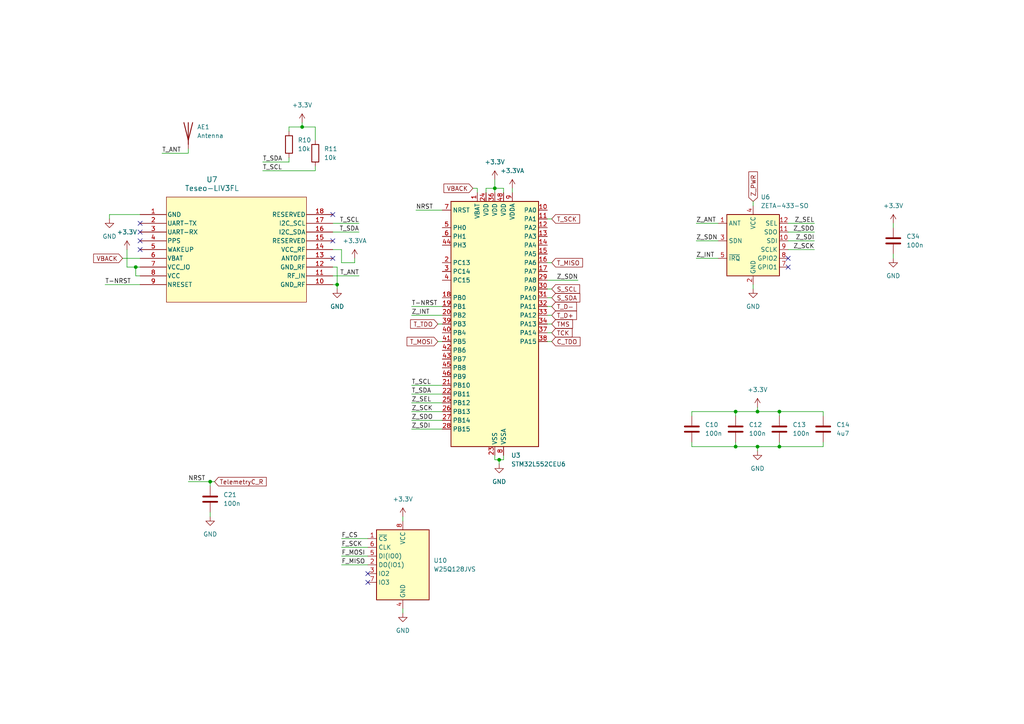
<source format=kicad_sch>
(kicad_sch (version 20230121) (generator eeschema)
  (paper "A4")
  (lib_symbols
    (symbol "2023-11-05_20-52-27:Teseo-LIV3FL" (pin_names (offset 0.254))
      (property "Reference" "U" (at 27.94 10.16 0))
      (property "Value" "Teseo-LIV3FL" (at 27.94 7.62 0))
      (symbol "Teseo-LIV3FL_0_0"
        (text "" (at -6.35 -27.94 0) (effects (font (size 1.27 1.27))))
        (text "" (at 19.05 -10.16 0) (effects (font (size 1.27 1.27))))
        (text "" (at 23.2129 -13.113 0) (effects (font (size 1.27 1.27))))
      )
      (symbol "Teseo-LIV3FL_0_1"
        (pin power_out line (at 0 0 0) (length 7.62) (name "GND") (number "1"))
        (pin power_out line (at 55.88 -20.32 180) (length 7.62) (name "GND_RF") (number "10"))
        (pin unspecified line (at 55.88 -17.78 180) (length 7.62) (name "RF_IN") (number "11"))
        (pin power_out line (at 55.88 -15.24 180) (length 7.62) (name "GND_RF") (number "12"))
        (pin unspecified line (at 55.88 -12.7 180) (length 7.62) (name "ANTOFF") (number "13"))
        (pin power_in line (at 55.88 -10.16 180) (length 7.62) (name "VCC_RF") (number "14"))
        (pin unspecified line (at 55.88 -7.62 180) (length 7.62) (name "RESERVED") (number "15"))
        (pin bidirectional line (at 55.88 -5.08 180) (length 7.62) (name "I2C_SDA") (number "16"))
        (pin bidirectional line (at 55.88 -2.54 180) (length 7.62) (name "I2C_SCL") (number "17"))
        (pin unspecified line (at 55.88 0 180) (length 7.62) (name "RESERVED") (number "18"))
        (pin bidirectional line (at 0 -2.54 0) (length 7.62) (name "UART-TX") (number "2"))
        (pin bidirectional line (at 0 -5.08 0) (length 7.62) (name "UART-RX") (number "3"))
        (pin unspecified line (at 0 -7.62 0) (length 7.62) (name "PPS") (number "4"))
        (pin unspecified line (at 0 -10.16 0) (length 7.62) (name "WAKEUP") (number "5"))
        (pin unspecified line (at 0 -12.7 0) (length 7.62) (name "VBAT") (number "6"))
        (pin power_in line (at 0 -15.24 0) (length 7.62) (name "VCC_IO") (number "7"))
        (pin power_in line (at 0 -17.78 0) (length 7.62) (name "VCC") (number "8"))
        (pin unspecified line (at 0 -20.32 0) (length 7.62) (name "NRESET") (number "9"))
      )
      (symbol "Teseo-LIV3FL_1_1"
        (rectangle (start 7.62 5.08) (end 48.26 -25.4) (fill (type background)))
      )
    )
    (symbol "Device:Antenna" (pin_numbers hide) (pin_names (offset 1.016) hide)
      (property "Reference" "AE" (at -1.905 1.905 0))
      (property "Value" "Antenna" (at -1.905 0 0))
      (symbol "Antenna_0_1"
        (polyline (pts (xy 0 2.54) (xy 0 -3.81)) (stroke (width 0.254)))
        (polyline (pts (xy 1.27 2.54) (xy 0 -2.54) (xy -1.27 2.54)) (stroke (width 0.254)))
      )
      (symbol "Antenna_1_1"
        (pin input line (at 0 -5.08 90) (length 2.54) (name "A") (number "1"))
      )
    )
    (symbol "Device:C" (pin_numbers hide) (pin_names (offset 0.254))
      (property "Reference" "C" (at 0.635 2.54 0))
      (property "Value" "C" (at 0.635 -2.54 0))
      (symbol "C_0_1"
        (polyline (pts (xy -2.032 -0.762) (xy 2.032 -0.762)) (stroke (width 0.508)))
        (polyline (pts (xy -2.032 0.762) (xy 2.032 0.762)) (stroke (width 0.508)))
      )
      (symbol "C_1_1"
        (pin passive line (at 0 3.81 270) (length 2.794) (name "~") (number "1"))
        (pin passive line (at 0 -3.81 90) (length 2.794) (name "~") (number "2"))
      )
    )
    (symbol "Device:R" (pin_numbers hide) (pin_names (offset 0))
      (property "Reference" "R" (at 2.032 0 90))
      (property "Value" "R" (at 0 0 90))
      (symbol "R_0_1"
        (rectangle (start -1.016 -2.54) (end 1.016 2.54) (stroke (width 0.254)))
      )
      (symbol "R_1_1"
        (pin passive line (at 0 3.81 270) (length 1.27) (name "~") (number "1"))
        (pin passive line (at 0 -3.81 90) (length 1.27) (name "~") (number "2"))
      )
    )
    (symbol "MCU_ST_STM32L5:STM32L552CEUx"
      (property "Reference" "U" (at -12.7 36.83 0))
      (property "Value" "STM32L552CEUx" (at 7.62 36.83 0))
      (symbol "STM32L552CEUx_0_1"
        (rectangle (start -12.7 -35.56) (end 12.7 35.56) (stroke (width 0.254)) (fill (type background)))
      )
      (symbol "STM32L552CEUx_1_1"
        (pin power_in line (at -5.08 38.1 270) (length 2.54) (name "VBAT") (number "1"))
        (pin bidirectional line (at 15.24 33.02 180) (length 2.54) (name "PA0") (number "10"))
        (pin bidirectional line (at 15.24 30.48 180) (length 2.54) (name "PA1") (number "11"))
        (pin bidirectional line (at 15.24 27.94 180) (length 2.54) (name "PA2") (number "12"))
        (pin bidirectional line (at 15.24 25.4 180) (length 2.54) (name "PA3") (number "13"))
        (pin bidirectional line (at 15.24 22.86 180) (length 2.54) (name "PA4") (number "14"))
        (pin bidirectional line (at 15.24 20.32 180) (length 2.54) (name "PA5") (number "15"))
        (pin bidirectional line (at 15.24 17.78 180) (length 2.54) (name "PA6") (number "16"))
        (pin bidirectional line (at 15.24 15.24 180) (length 2.54) (name "PA7") (number "17"))
        (pin bidirectional line (at -15.24 7.62 0) (length 2.54) (name "PB0") (number "18"))
        (pin bidirectional line (at -15.24 5.08 0) (length 2.54) (name "PB1") (number "19"))
        (pin bidirectional line (at -15.24 17.78 0) (length 2.54) (name "PC13") (number "2"))
        (pin bidirectional line (at -15.24 2.54 0) (length 2.54) (name "PB2") (number "20"))
        (pin bidirectional line (at -15.24 -17.78 0) (length 2.54) (name "PB10") (number "21"))
        (pin bidirectional line (at -15.24 -20.32 0) (length 2.54) (name "PB11") (number "22"))
        (pin power_in line (at 0 -38.1 90) (length 2.54) (name "VSS") (number "23"))
        (pin power_in line (at -2.54 38.1 270) (length 2.54) (name "VDD") (number "24"))
        (pin bidirectional line (at -15.24 -22.86 0) (length 2.54) (name "PB12") (number "25"))
        (pin bidirectional line (at -15.24 -25.4 0) (length 2.54) (name "PB13") (number "26"))
        (pin bidirectional line (at -15.24 -27.94 0) (length 2.54) (name "PB14") (number "27"))
        (pin bidirectional line (at -15.24 -30.48 0) (length 2.54) (name "PB15") (number "28"))
        (pin bidirectional line (at 15.24 12.7 180) (length 2.54) (name "PA8") (number "29"))
        (pin bidirectional line (at -15.24 15.24 0) (length 2.54) (name "PC14") (number "3"))
        (pin bidirectional line (at 15.24 10.16 180) (length 2.54) (name "PA9") (number "30"))
        (pin bidirectional line (at 15.24 7.62 180) (length 2.54) (name "PA10") (number "31"))
        (pin bidirectional line (at 15.24 5.08 180) (length 2.54) (name "PA11") (number "32"))
        (pin bidirectional line (at 15.24 2.54 180) (length 2.54) (name "PA12") (number "33"))
        (pin bidirectional line (at 15.24 0 180) (length 2.54) (name "PA13") (number "34"))
        (pin passive line (at 0 -38.1 90) (length 2.54) hide (name "VSS") (number "35"))
        (pin power_in line (at 0 38.1 270) (length 2.54) (name "VDD") (number "36"))
        (pin bidirectional line (at 15.24 -2.54 180) (length 2.54) (name "PA14") (number "37"))
        (pin bidirectional line (at 15.24 -5.08 180) (length 2.54) (name "PA15") (number "38"))
        (pin bidirectional line (at -15.24 0 0) (length 2.54) (name "PB3") (number "39"))
        (pin bidirectional line (at -15.24 12.7 0) (length 2.54) (name "PC15") (number "4"))
        (pin bidirectional line (at -15.24 -2.54 0) (length 2.54) (name "PB4") (number "40"))
        (pin bidirectional line (at -15.24 -5.08 0) (length 2.54) (name "PB5") (number "41"))
        (pin bidirectional line (at -15.24 -7.62 0) (length 2.54) (name "PB6") (number "42"))
        (pin bidirectional line (at -15.24 -10.16 0) (length 2.54) (name "PB7") (number "43"))
        (pin bidirectional line (at -15.24 22.86 0) (length 2.54) (name "PH3") (number "44"))
        (pin bidirectional line (at -15.24 -12.7 0) (length 2.54) (name "PB8") (number "45"))
        (pin bidirectional line (at -15.24 -15.24 0) (length 2.54) (name "PB9") (number "46"))
        (pin passive line (at 0 -38.1 90) (length 2.54) hide (name "VSS") (number "47"))
        (pin power_in line (at 2.54 38.1 270) (length 2.54) (name "VDD") (number "48"))
        (pin passive line (at 0 -38.1 90) (length 2.54) hide (name "VSS") (number "49"))
        (pin bidirectional line (at -15.24 27.94 0) (length 2.54) (name "PH0") (number "5"))
        (pin bidirectional line (at -15.24 25.4 0) (length 2.54) (name "PH1") (number "6"))
        (pin input line (at -15.24 33.02 0) (length 2.54) (name "NRST") (number "7"))
        (pin power_in line (at 2.54 -38.1 90) (length 2.54) (name "VSSA") (number "8"))
        (pin power_in line (at 5.08 38.1 270) (length 2.54) (name "VDDA") (number "9"))
      )
    )
    (symbol "Memory_Flash:W25Q128JVS"
      (property "Reference" "U" (at -8.89 8.89 0))
      (property "Value" "W25Q128JVS" (at 7.62 8.89 0))
      (symbol "W25Q128JVS_0_1"
        (rectangle (start -7.62 10.16) (end 7.62 -10.16) (stroke (width 0.254)) (fill (type background)))
      )
      (symbol "W25Q128JVS_1_1"
        (pin input line (at -10.16 7.62 0) (length 2.54) (name "~{CS}") (number "1"))
        (pin bidirectional line (at -10.16 0 0) (length 2.54) (name "DO(IO1)") (number "2"))
        (pin bidirectional line (at -10.16 -2.54 0) (length 2.54) (name "IO2") (number "3"))
        (pin power_in line (at 0 -12.7 90) (length 2.54) (name "GND") (number "4"))
        (pin bidirectional line (at -10.16 2.54 0) (length 2.54) (name "DI(IO0)") (number "5"))
        (pin input line (at -10.16 5.08 0) (length 2.54) (name "CLK") (number "6"))
        (pin bidirectional line (at -10.16 -5.08 0) (length 2.54) (name "IO3") (number "7"))
        (pin power_in line (at 0 12.7 270) (length 2.54) (name "VCC") (number "8"))
      )
    )
    (symbol "RF_AM_FM:ZETA-433-SO"
      (property "Reference" "U" (at -6.35 8.89 0))
      (property "Value" "ZETA-433-SO" (at 1.27 8.89 0))
      (symbol "ZETA-433-SO_0_1"
        (rectangle (start 7.62 -10.16) (end -7.62 7.62) (stroke (width 0.254)) (fill (type background)))
      )
      (symbol "ZETA-433-SO_1_1"
        (pin bidirectional line (at -10.16 5.08 0) (length 2.54) (name "ANT") (number "1"))
        (pin input line (at 10.16 0 180) (length 2.54) (name "SDI") (number "10"))
        (pin output line (at 10.16 2.54 180) (length 2.54) (name "SDO") (number "11"))
        (pin input line (at 10.16 5.08 180) (length 2.54) (name "SEL") (number "12"))
        (pin power_in line (at 0 -12.7 90) (length 2.54) (name "GND") (number "2"))
        (pin input line (at -10.16 0 0) (length 2.54) (name "SDN") (number "3"))
        (pin power_in line (at 0 10.16 270) (length 2.54) (name "VCC") (number "4"))
        (pin output line (at -10.16 -5.08 0) (length 2.54) (name "~{IRQ}") (number "5"))
        (pin no_connect line (at -7.62 -7.62 0) (length 2.54) hide (name "NC") (number "6"))
        (pin bidirectional line (at 10.16 -7.62 180) (length 2.54) (name "GPIO1") (number "7"))
        (pin bidirectional line (at 10.16 -5.08 180) (length 2.54) (name "GPIO2") (number "8"))
        (pin input line (at 10.16 -2.54 180) (length 2.54) (name "SCLK") (number "9"))
      )
    )
    (symbol "power:+3.3V" (power) (pin_names (offset 0))
      (property "Value" "+3.3V" (at 0 3.556 0))
      (symbol "+3.3V_0_1"
        (polyline (pts (xy -0.762 1.27) (xy 0 2.54)))
        (polyline (pts (xy 0 0) (xy 0 2.54)))
        (polyline (pts (xy 0 2.54) (xy 0.762 1.27)))
      )
      (symbol "+3.3V_1_1"
        (pin power_in line (at 0 0 90) (length 0) hide (name "+3.3V") (number "1"))
      )
    )
    (symbol "power:+3.3VA" (power) (pin_names (offset 0))
      (property "Value" "+3.3VA" (at 0 3.556 0))
      (symbol "+3.3VA_0_1"
        (polyline (pts (xy -0.762 1.27) (xy 0 2.54)))
        (polyline (pts (xy 0 0) (xy 0 2.54)))
        (polyline (pts (xy 0 2.54) (xy 0.762 1.27)))
      )
      (symbol "+3.3VA_1_1"
        (pin power_in line (at 0 0 90) (length 0) hide (name "+3.3VA") (number "1"))
      )
    )
    (symbol "power:GND" (power) (pin_names (offset 0))
      (property "Value" "GND" (at 0 -3.81 0))
      (symbol "GND_0_1"
        (polyline (pts (xy 0 0) (xy 0 -1.27) (xy 1.27 -1.27) (xy 0 -2.54) (xy -1.27 -1.27) (xy 0 -1.27)))
      )
      (symbol "GND_1_1"
        (pin power_in line (at 0 0 270) (length 0) hide (name "GND") (number "1"))
      )
    )
  )
  (junction (at 219.71 119.38))
  (junction (at 87.63 36.83))
  (junction (at 143.51 54.61))
  (junction (at 213.36 119.38))
  (junction (at 60.96 139.7))
  (junction (at 39.37 77.47))
  (junction (at 226.06 129.54))
  (junction (at 213.36 129.54))
  (junction (at 97.79 82.55))
  (junction (at 144.78 133.35))
  (junction (at 219.71 129.54))
  (junction (at 226.06 119.38))
  (no_connect (at 40.64 72.39))
  (no_connect (at 40.64 64.77))
  (no_connect (at 228.6 77.47))
  (no_connect (at 228.6 74.93))
  (no_connect (at 40.64 67.31))
  (no_connect (at 96.52 69.85))
  (no_connect (at 96.52 62.23))
  (no_connect (at 106.68 168.91))
  (no_connect (at 106.68 166.37))
  (no_connect (at 40.64 69.85))
  (no_connect (at 96.52 74.93))
  (wire (pts (xy 99.06 72.39) (xy 96.52 72.39)))
  (wire (pts (xy 143.51 132.08) (xy 143.51 133.35)))
  (wire (pts (xy 158.75 83.82) (xy 160.02 83.82)))
  (wire (pts (xy 99.06 156.21) (xy 106.68 156.21)))
  (wire (pts (xy 30.48 82.55) (xy 40.64 82.55)))
  (wire (pts (xy 238.76 128.27) (xy 238.76 129.54)))
  (wire (pts (xy 40.64 62.23) (xy 31.75 62.23)))
  (wire (pts (xy 137.16 54.61) (xy 138.43 54.61)))
  (wire (pts (xy 158.75 96.52) (xy 160.02 96.52)))
  (wire (pts (xy 119.38 111.76) (xy 128.27 111.76)))
  (wire (pts (xy 116.84 176.53) (xy 116.84 177.8)))
  (wire (pts (xy 200.66 129.54) (xy 213.36 129.54)))
  (wire (pts (xy 119.38 116.84) (xy 128.27 116.84)))
  (wire (pts (xy 238.76 120.65) (xy 238.76 119.38)))
  (wire (pts (xy 60.96 139.7) (xy 62.23 139.7)))
  (wire (pts (xy 40.64 80.01) (xy 39.37 80.01)))
  (wire (pts (xy 226.06 119.38) (xy 226.06 120.65)))
  (wire (pts (xy 54.61 44.45) (xy 54.61 43.18)))
  (wire (pts (xy 83.82 46.99) (xy 76.2 46.99)))
  (wire (pts (xy 97.79 82.55) (xy 96.52 82.55)))
  (wire (pts (xy 91.44 48.26) (xy 91.44 49.53)))
  (wire (pts (xy 158.75 63.5) (xy 160.02 63.5)))
  (wire (pts (xy 60.96 139.7) (xy 54.61 139.7)))
  (wire (pts (xy 99.06 163.83) (xy 106.68 163.83)))
  (wire (pts (xy 200.66 128.27) (xy 200.66 129.54)))
  (wire (pts (xy 158.75 88.9) (xy 160.02 88.9)))
  (wire (pts (xy 96.52 77.47) (xy 97.79 77.47)))
  (wire (pts (xy 96.52 64.77) (xy 104.14 64.77)))
  (wire (pts (xy 143.51 54.61) (xy 143.51 55.88)))
  (wire (pts (xy 259.08 73.66) (xy 259.08 74.93)))
  (wire (pts (xy 219.71 119.38) (xy 226.06 119.38)))
  (wire (pts (xy 91.44 36.83) (xy 87.63 36.83)))
  (wire (pts (xy 219.71 129.54) (xy 219.71 130.81)))
  (wire (pts (xy 238.76 119.38) (xy 226.06 119.38)))
  (wire (pts (xy 46.99 44.45) (xy 54.61 44.45)))
  (wire (pts (xy 213.36 128.27) (xy 213.36 129.54)))
  (wire (pts (xy 148.59 54.61) (xy 148.59 55.88)))
  (wire (pts (xy 119.38 88.9) (xy 128.27 88.9)))
  (wire (pts (xy 213.36 129.54) (xy 219.71 129.54)))
  (wire (pts (xy 228.6 69.85) (xy 236.22 69.85)))
  (wire (pts (xy 127 99.06) (xy 128.27 99.06)))
  (wire (pts (xy 218.44 58.42) (xy 218.44 59.69)))
  (wire (pts (xy 158.75 86.36) (xy 160.02 86.36)))
  (wire (pts (xy 144.78 133.35) (xy 146.05 133.35)))
  (wire (pts (xy 127 93.98) (xy 128.27 93.98)))
  (wire (pts (xy 120.65 60.96) (xy 128.27 60.96)))
  (wire (pts (xy 228.6 64.77) (xy 236.22 64.77)))
  (wire (pts (xy 76.2 49.53) (xy 91.44 49.53)))
  (wire (pts (xy 87.63 36.83) (xy 83.82 36.83)))
  (wire (pts (xy 119.38 91.44) (xy 128.27 91.44)))
  (wire (pts (xy 201.93 69.85) (xy 208.28 69.85)))
  (wire (pts (xy 219.71 118.11) (xy 219.71 119.38)))
  (wire (pts (xy 99.06 76.2) (xy 99.06 72.39)))
  (wire (pts (xy 39.37 77.47) (xy 36.83 77.47)))
  (wire (pts (xy 39.37 77.47) (xy 40.64 77.47)))
  (wire (pts (xy 218.44 82.55) (xy 218.44 83.82)))
  (wire (pts (xy 213.36 119.38) (xy 219.71 119.38)))
  (wire (pts (xy 60.96 148.59) (xy 60.96 149.86)))
  (wire (pts (xy 238.76 129.54) (xy 226.06 129.54)))
  (wire (pts (xy 158.75 76.2) (xy 160.02 76.2)))
  (wire (pts (xy 158.75 93.98) (xy 160.02 93.98)))
  (wire (pts (xy 36.83 77.47) (xy 36.83 72.39)))
  (wire (pts (xy 213.36 119.38) (xy 200.66 119.38)))
  (wire (pts (xy 119.38 124.46) (xy 128.27 124.46)))
  (wire (pts (xy 35.56 74.93) (xy 40.64 74.93)))
  (wire (pts (xy 228.6 67.31) (xy 236.22 67.31)))
  (wire (pts (xy 102.87 76.2) (xy 102.87 74.93)))
  (wire (pts (xy 119.38 114.3) (xy 128.27 114.3)))
  (wire (pts (xy 96.52 67.31) (xy 104.14 67.31)))
  (wire (pts (xy 138.43 55.88) (xy 138.43 54.61)))
  (wire (pts (xy 60.96 140.97) (xy 60.96 139.7)))
  (wire (pts (xy 31.75 62.23) (xy 31.75 63.5)))
  (wire (pts (xy 213.36 119.38) (xy 213.36 120.65)))
  (wire (pts (xy 146.05 54.61) (xy 146.05 55.88)))
  (wire (pts (xy 228.6 72.39) (xy 236.22 72.39)))
  (wire (pts (xy 158.75 91.44) (xy 160.02 91.44)))
  (wire (pts (xy 158.75 99.06) (xy 160.02 99.06)))
  (wire (pts (xy 91.44 40.64) (xy 91.44 36.83)))
  (wire (pts (xy 99.06 158.75) (xy 106.68 158.75)))
  (wire (pts (xy 140.97 54.61) (xy 140.97 55.88)))
  (wire (pts (xy 146.05 133.35) (xy 146.05 132.08)))
  (wire (pts (xy 259.08 64.77) (xy 259.08 66.04)))
  (wire (pts (xy 83.82 36.83) (xy 83.82 38.1)))
  (wire (pts (xy 102.87 76.2) (xy 99.06 76.2)))
  (wire (pts (xy 96.52 80.01) (xy 104.14 80.01)))
  (wire (pts (xy 201.93 64.77) (xy 208.28 64.77)))
  (wire (pts (xy 140.97 54.61) (xy 143.51 54.61)))
  (wire (pts (xy 201.93 74.93) (xy 208.28 74.93)))
  (wire (pts (xy 143.51 133.35) (xy 144.78 133.35)))
  (wire (pts (xy 97.79 77.47) (xy 97.79 82.55)))
  (wire (pts (xy 143.51 54.61) (xy 146.05 54.61)))
  (wire (pts (xy 97.79 82.55) (xy 97.79 83.82)))
  (wire (pts (xy 99.06 161.29) (xy 106.68 161.29)))
  (wire (pts (xy 116.84 149.86) (xy 116.84 151.13)))
  (wire (pts (xy 119.38 119.38) (xy 128.27 119.38)))
  (wire (pts (xy 143.51 52.07) (xy 143.51 54.61)))
  (wire (pts (xy 144.78 133.35) (xy 144.78 134.62)))
  (wire (pts (xy 83.82 45.72) (xy 83.82 46.99)))
  (wire (pts (xy 219.71 129.54) (xy 226.06 129.54)))
  (wire (pts (xy 119.38 121.92) (xy 128.27 121.92)))
  (wire (pts (xy 158.75 81.28) (xy 167.64 81.28)))
  (wire (pts (xy 39.37 80.01) (xy 39.37 77.47)))
  (wire (pts (xy 226.06 129.54) (xy 226.06 128.27)))
  (wire (pts (xy 200.66 120.65) (xy 200.66 119.38)))
  (wire (pts (xy 87.63 35.56) (xy 87.63 36.83)))
  (label "Z_INT" (at 119.38 91.44 0))
  (label "T_ANT" (at 46.99 44.45 0))
  (label "T_SDA" (at 104.14 67.31 180))
  (label "F_MOSI" (at 99.06 161.29 0))
  (label "T-NRST" (at 119.38 88.9 0))
  (label "Z_SEL" (at 119.38 116.84 0))
  (label "Z_SDO" (at 236.22 67.31 180))
  (label "Z_SCK" (at 119.38 119.38 0))
  (label "Z_SDI" (at 236.22 69.85 180))
  (label "T_SCL" (at 104.14 64.77 180))
  (label "NRST" (at 54.61 139.7 0))
  (label "NRST" (at 120.65 60.96 0))
  (label "F_MISO" (at 99.06 163.83 0))
  (label "Z_ANT" (at 201.93 64.77 0))
  (label "Z_SEL" (at 236.22 64.77 180))
  (label "Z_SDN" (at 201.93 69.85 0))
  (label "Z_SDN" (at 167.64 81.28 180))
  (label "T_ANT" (at 104.14 80.01 180))
  (label "T_SDA" (at 76.2 46.99 0))
  (label "T_SCL" (at 76.2 49.53 0))
  (label "F_SCK" (at 99.06 158.75 0))
  (label "T-NRST" (at 30.48 82.55 0))
  (label "Z_SDO" (at 119.38 121.92 0))
  (label "T_SDA" (at 119.38 114.3 0))
  (label "Z_SCK" (at 236.22 72.39 180))
  (label "Z_SDI" (at 119.38 124.46 0))
  (label "Z_INT" (at 201.93 74.93 0))
  (label "F_CS" (at 99.06 156.21 0))
  (label "T_SCL" (at 119.38 111.76 0))
  (global_label "S_SDA" (shape input) (at 160.02 86.36 0) (property "Intersheetrefs" "${INTERSHEET_REFS}" (effects hide)))
  (global_label "Z_PWR" (shape input) (at 218.44 58.42 90) (property "Intersheetrefs" "${INTERSHEET_REFS}" (effects hide)))
  (global_label "VBACK" (shape input) (at 35.56 74.93 180) (property "Intersheetrefs" "${INTERSHEET_REFS}" (effects hide)))
  (global_label "S_SCL" (shape input) (at 160.02 83.82 0) (property "Intersheetrefs" "${INTERSHEET_REFS}" (effects hide)))
  (global_label "T_MISO" (shape input) (at 160.02 76.2 0) (property "Intersheetrefs" "${INTERSHEET_REFS}" (effects hide)))
  (global_label "T_D-" (shape input) (at 160.02 88.9 0) (property "Intersheetrefs" "${INTERSHEET_REFS}" (effects hide)))
  (global_label "TMS" (shape input) (at 160.02 93.98 0) (property "Intersheetrefs" "${INTERSHEET_REFS}" (effects hide)))
  (global_label "T_TDO" (shape input) (at 127 93.98 180) (property "Intersheetrefs" "${INTERSHEET_REFS}" (effects hide)))
  (global_label "C_TDO" (shape input) (at 160.02 99.06 0) (property "Intersheetrefs" "${INTERSHEET_REFS}" (effects hide)))
  (global_label "VBACK" (shape input) (at 137.16 54.61 180) (property "Intersheetrefs" "${INTERSHEET_REFS}" (effects hide)))
  (global_label "T_SCK" (shape input) (at 160.02 63.5 0) (property "Intersheetrefs" "${INTERSHEET_REFS}" (effects hide)))
  (global_label "T_MOSI" (shape input) (at 127 99.06 180) (property "Intersheetrefs" "${INTERSHEET_REFS}" (effects hide)))
  (global_label "TCK" (shape input) (at 160.02 96.52 0) (property "Intersheetrefs" "${INTERSHEET_REFS}" (effects hide)))
  (global_label "T_D+" (shape input) (at 160.02 91.44 0) (property "Intersheetrefs" "${INTERSHEET_REFS}" (effects hide)))
  (global_label "TelemetryC_R" (shape input) (at 62.23 139.7 0) (property "Intersheetrefs" "${INTERSHEET_REFS}" (effects hide)))
  (symbol (lib_id "Memory_Flash:W25Q128JVS") (at 116.84 163.83 0) (unit 1)
    (property "Reference" "U10" (at 125.73 162.56 0) (effects (justify left)))
    (property "Value" "W25Q128JVS" (at 125.73 165.1 0) (effects (justify left)))
    (property "Footprint" "Package_SO:SOIC-8_5.23x5.23mm_P1.27mm" (effects hide))
    (property "Datasheet" "http://www.winbond.com/resource-files/w25q128jv_dtr%20revc%2003272018%20plus.pdf" (effects hide))
  )
  (symbol (lib_id "Device:R") (at 83.82 41.91 0) (unit 1)
    (property "Reference" "R10" (at 86.36 40.64 0) (effects (justify left)))
    (property "Value" "10k" (at 86.36 43.18 0) (effects (justify left)))
  )
  (symbol (lib_id "power:+3.3V") (at 36.83 72.39 0) (unit 1)
    (property "Reference" "#PWR069" (effects hide))
    (property "Value" "+3.3V" (at 36.83 67.31 0))
  )
  (symbol (lib_id "power:+3.3VA") (at 148.59 54.61 0) (unit 1)
    (property "Reference" "#PWR016" (effects hide))
    (property "Value" "+3.3VA" (at 148.59 49.53 0))
  )
  (symbol (lib_id "power:+3.3VA") (at 102.87 74.93 0) (unit 1)
    (property "Reference" "#PWR070" (effects hide))
    (property "Value" "+3.3VA" (at 102.87 69.85 0))
  )
  (symbol (lib_id "Device:C") (at 200.66 124.46 0) (unit 1)
    (property "Reference" "C10" (at 204.47 123.19 0) (effects (justify left)))
    (property "Value" "100n" (at 204.47 125.73 0) (effects (justify left)))
  )
  (symbol (lib_id "Device:C") (at 238.76 124.46 0) (unit 1)
    (property "Reference" "C14" (at 242.57 123.19 0) (effects (justify left)))
    (property "Value" "4u7" (at 242.57 125.73 0) (effects (justify left)))
  )
  (symbol (lib_id "power:GND") (at 144.78 134.62 0) (unit 1)
    (property "Reference" "#PWR03" (effects hide))
    (property "Value" "GND" (at 144.78 139.7 0))
  )
  (symbol (lib_id "RF_AM_FM:ZETA-433-SO") (at 218.44 69.85 0) (unit 1)
    (property "Reference" "U6" (at 220.6341 57.15 0) (effects (justify left)))
    (property "Value" "ZETA-433-SO" (at 220.6341 59.69 0) (effects (justify left)))
    (property "Datasheet" "https://www.rfsolutions.co.uk/downloads/1456219226DS-ZETA.pdf" (effects hide))
  )
  (symbol (lib_id "MCU_ST_STM32L5:STM32L552CEUx") (at 143.51 93.98 0) (unit 1)
    (property "Reference" "U3" (at 148.2441 132.08 0) (effects (justify left)))
    (property "Value" "STM32L552CEU6" (at 148.2441 134.62 0) (effects (justify left)))
    (property "Footprint" "Package_DFN_QFN:QFN-48-1EP_7x7mm_P0.5mm_EP5.6x5.6mm" (effects hide))
    (property "Datasheet" "https://www.st.com/resource/en/datasheet/stm32l552ce.pdf" (effects hide))
  )
  (symbol (lib_id "power:+3.3V") (at 116.84 149.86 0) (unit 1)
    (property "Reference" "#PWR010" (effects hide))
    (property "Value" "+3.3V" (at 116.84 144.78 0))
  )
  (symbol (lib_id "power:+3.3V") (at 87.63 35.56 0) (unit 1)
    (property "Reference" "#PWR071" (effects hide))
    (property "Value" "+3.3V" (at 87.63 30.48 0))
  )
  (symbol (lib_id "power:GND") (at 60.96 149.86 0) (unit 1)
    (property "Reference" "#PWR033" (effects hide))
    (property "Value" "GND" (at 60.96 154.94 0))
  )
  (symbol (lib_id "Device:C") (at 60.96 144.78 0) (unit 1)
    (property "Reference" "C21" (at 64.77 143.51 0) (effects (justify left)))
    (property "Value" "100n" (at 64.77 146.05 0) (effects (justify left)))
  )
  (symbol (lib_id "Device:Antenna") (at 54.61 38.1 0) (unit 1)
    (property "Reference" "AE1" (at 57.15 36.83 0) (effects (justify left)))
    (property "Value" "Antenna" (at 57.15 39.37 0) (effects (justify left)))
  )
  (symbol (lib_id "power:+3.3V") (at 259.08 64.77 0) (unit 1)
    (property "Reference" "#PWR029" (effects hide))
    (property "Value" "+3.3V" (at 259.08 59.69 0))
  )
  (symbol (lib_id "power:GND") (at 116.84 177.8 0) (unit 1)
    (property "Reference" "#PWR011" (effects hide))
    (property "Value" "GND" (at 116.84 182.88 0))
  )
  (symbol (lib_id "power:GND") (at 218.44 83.82 0) (unit 1)
    (property "Reference" "#PWR030" (effects hide))
    (property "Value" "GND" (at 218.44 88.9 0))
  )
  (symbol (lib_id "power:GND") (at 219.71 130.81 0) (unit 1)
    (property "Reference" "#PWR022" (effects hide))
    (property "Value" "GND" (at 219.71 135.89 0))
  )
  (symbol (lib_id "2023-11-05_20-52-27:Teseo-LIV3FL") (at 40.64 62.23 0) (unit 1)
    (property "Reference" "U7" (at 61.4759 52.07 0) (effects (font (size 1.524 1.524))))
    (property "Value" "Teseo-LIV3FL" (at 61.4759 54.61 0) (effects (font (size 1.524 1.524))))
    (property "Footprint" "LIV3FL_STM" (effects hide))
    (property "Datasheet" "Teseo-LIV3FL" (effects hide))
  )
  (symbol (lib_id "Device:C") (at 259.08 69.85 0) (unit 1)
    (property "Reference" "C34" (at 262.89 68.58 0) (effects (justify left)))
    (property "Value" "100n" (at 262.89 71.12 0) (effects (justify left)))
  )
  (symbol (lib_id "Device:C") (at 213.36 124.46 0) (unit 1)
    (property "Reference" "C12" (at 217.17 123.19 0) (effects (justify left)))
    (property "Value" "100n" (at 217.17 125.73 0) (effects (justify left)))
  )
  (symbol (lib_id "power:GND") (at 97.79 83.82 0) (unit 1)
    (property "Reference" "#PWR067" (effects hide))
    (property "Value" "GND" (at 97.79 88.9 0))
  )
  (symbol (lib_id "power:GND") (at 259.08 74.93 0) (unit 1)
    (property "Reference" "#PWR066" (effects hide))
    (property "Value" "GND" (at 259.08 80.01 0))
  )
  (symbol (lib_id "power:GND") (at 31.75 63.5 0) (unit 1)
    (property "Reference" "#PWR068" (effects hide))
    (property "Value" "GND" (at 31.75 68.58 0))
  )
  (symbol (lib_id "power:+3.3V") (at 143.51 52.07 0) (unit 1)
    (property "Reference" "#PWR014" (effects hide))
    (property "Value" "+3.3V" (at 143.51 46.99 0))
  )
  (symbol (lib_id "Device:R") (at 91.44 44.45 0) (unit 1)
    (property "Reference" "R11" (at 93.98 43.18 0) (effects (justify left)))
    (property "Value" "10k" (at 93.98 45.72 0) (effects (justify left)))
  )
  (symbol (lib_id "power:+3.3V") (at 219.71 118.11 0) (unit 1)
    (property "Reference" "#PWR021" (effects hide))
    (property "Value" "+3.3V" (at 219.71 113.03 0))
  )
  (symbol (lib_id "Device:C") (at 226.06 124.46 0) (unit 1)
    (property "Reference" "C13" (at 229.87 123.19 0) (effects (justify left)))
    (property "Value" "100n" (at 229.87 125.73 0) (effects (justify left)))
  )
)
</source>
